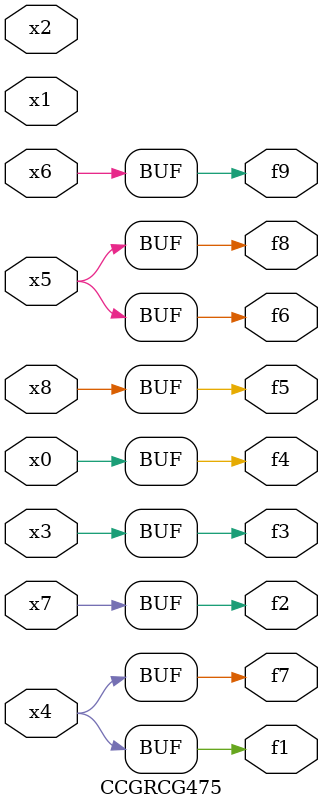
<source format=v>
module CCGRCG475(
	input x0, x1, x2, x3, x4, x5, x6, x7, x8,
	output f1, f2, f3, f4, f5, f6, f7, f8, f9
);
	assign f1 = x4;
	assign f2 = x7;
	assign f3 = x3;
	assign f4 = x0;
	assign f5 = x8;
	assign f6 = x5;
	assign f7 = x4;
	assign f8 = x5;
	assign f9 = x6;
endmodule

</source>
